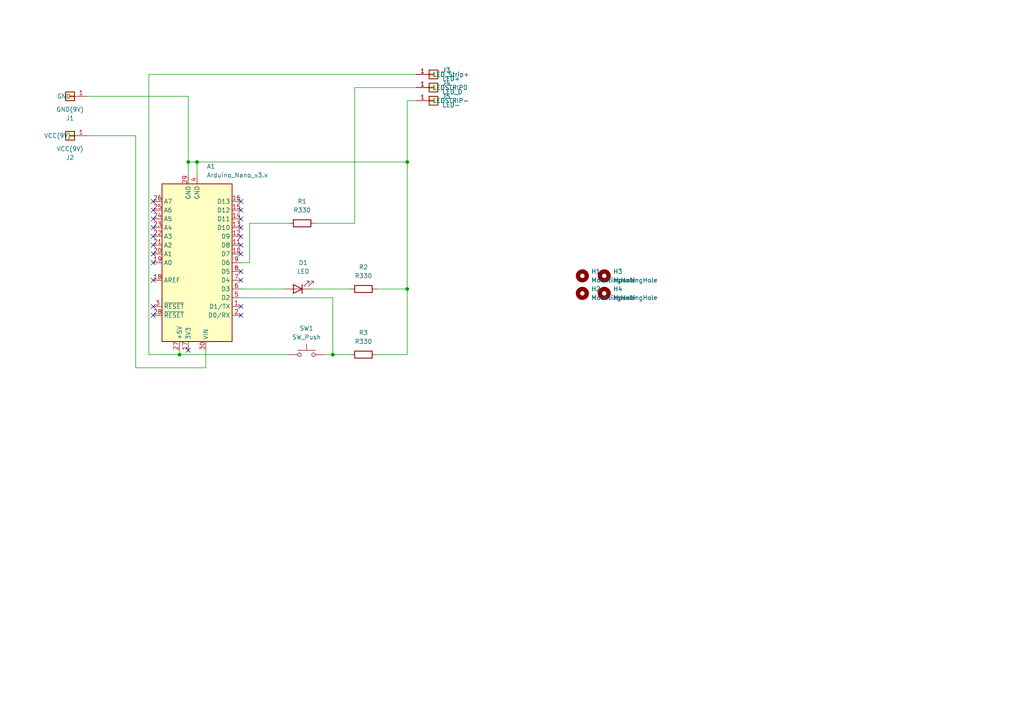
<source format=kicad_sch>
(kicad_sch (version 20211123) (generator eeschema)

  (uuid 8bfca1a9-bcc5-465d-87f3-69c178beb3ed)

  (paper "A4")

  (lib_symbols
    (symbol "Conn_01x01_1" (pin_names (offset 1.016)) (in_bom yes) (on_board yes)
      (property "Reference" "J1" (id 0) (at 0 6.35 0)
        (effects (font (size 1.27 1.27)))
      )
      (property "Value" "Conn_01x01" (id 1) (at 0 3.81 0)
        (effects (font (size 1.27 1.27)))
      )
      (property "Footprint" "" (id 2) (at 0 0 0)
        (effects (font (size 1.27 1.27)) hide)
      )
      (property "Datasheet" "~" (id 3) (at 0 0 0)
        (effects (font (size 1.27 1.27)) hide)
      )
      (property "ki_keywords" "connector" (id 4) (at 0 0 0)
        (effects (font (size 1.27 1.27)) hide)
      )
      (property "ki_description" "Generic connector, single row, 01x01, script generated (kicad-library-utils/schlib/autogen/connector/)" (id 5) (at 0 0 0)
        (effects (font (size 1.27 1.27)) hide)
      )
      (property "ki_fp_filters" "Connector*:*_1x??_*" (id 6) (at 0 0 0)
        (effects (font (size 1.27 1.27)) hide)
      )
      (symbol "Conn_01x01_1_1_1"
        (rectangle (start -1.27 0.127) (end 0 -0.127)
          (stroke (width 0.1524) (type default) (color 0 0 0 0))
          (fill (type none))
        )
        (rectangle (start -1.27 1.27) (end 1.27 -1.27)
          (stroke (width 0.254) (type default) (color 0 0 0 0))
          (fill (type background))
        )
        (pin power_out line (at -5.08 0 0) (length 3.81)
          (name "GND" (effects (font (size 1.27 1.27))))
          (number "1" (effects (font (size 1.27 1.27))))
        )
      )
    )
    (symbol "Conn_01x01_2" (pin_names (offset 1.016)) (in_bom yes) (on_board yes)
      (property "Reference" "J2" (id 0) (at 0 6.35 0)
        (effects (font (size 1.27 1.27)))
      )
      (property "Value" "Conn_01x01" (id 1) (at 0 3.81 0)
        (effects (font (size 1.27 1.27)))
      )
      (property "Footprint" "" (id 2) (at 0 0 0)
        (effects (font (size 1.27 1.27)) hide)
      )
      (property "Datasheet" "~" (id 3) (at 0 0 0)
        (effects (font (size 1.27 1.27)) hide)
      )
      (property "ki_keywords" "connector" (id 4) (at 0 0 0)
        (effects (font (size 1.27 1.27)) hide)
      )
      (property "ki_description" "Generic connector, single row, 01x01, script generated (kicad-library-utils/schlib/autogen/connector/)" (id 5) (at 0 0 0)
        (effects (font (size 1.27 1.27)) hide)
      )
      (property "ki_fp_filters" "Connector*:*_1x??_*" (id 6) (at 0 0 0)
        (effects (font (size 1.27 1.27)) hide)
      )
      (symbol "Conn_01x01_2_1_1"
        (rectangle (start -1.27 0.127) (end 0 -0.127)
          (stroke (width 0.1524) (type default) (color 0 0 0 0))
          (fill (type none))
        )
        (rectangle (start -1.27 1.27) (end 1.27 -1.27)
          (stroke (width 0.254) (type default) (color 0 0 0 0))
          (fill (type background))
        )
        (pin power_out line (at -5.08 0 0) (length 3.81)
          (name "VCC(9V)" (effects (font (size 1.27 1.27))))
          (number "1" (effects (font (size 1.27 1.27))))
        )
      )
    )
    (symbol "Conn_01x01_3" (pin_names (offset 1.016)) (in_bom yes) (on_board yes)
      (property "Reference" "J3" (id 0) (at 2.54 1.2701 0)
        (effects (font (size 1.27 1.27)) (justify left))
      )
      (property "Value" "Conn_01x01" (id 1) (at 2.54 -1.2699 0)
        (effects (font (size 1.27 1.27)) (justify left))
      )
      (property "Footprint" "" (id 2) (at 0 0 0)
        (effects (font (size 1.27 1.27)) hide)
      )
      (property "Datasheet" "~" (id 3) (at 0 0 0)
        (effects (font (size 1.27 1.27)) hide)
      )
      (property "ki_keywords" "connector" (id 4) (at 0 0 0)
        (effects (font (size 1.27 1.27)) hide)
      )
      (property "ki_description" "Generic connector, single row, 01x01, script generated (kicad-library-utils/schlib/autogen/connector/)" (id 5) (at 0 0 0)
        (effects (font (size 1.27 1.27)) hide)
      )
      (property "ki_fp_filters" "Connector*:*_1x??_*" (id 6) (at 0 0 0)
        (effects (font (size 1.27 1.27)) hide)
      )
      (symbol "Conn_01x01_3_1_1"
        (rectangle (start -1.27 0.127) (end 0 -0.127)
          (stroke (width 0.1524) (type default) (color 0 0 0 0))
          (fill (type none))
        )
        (rectangle (start -1.27 1.27) (end 1.27 -1.27)
          (stroke (width 0.254) (type default) (color 0 0 0 0))
          (fill (type background))
        )
        (pin power_in line (at -5.08 0 0) (length 3.81)
          (name "LED_Strip+" (effects (font (size 1.27 1.27))))
          (number "1" (effects (font (size 1.27 1.27))))
        )
      )
    )
    (symbol "Conn_01x01_4" (pin_names (offset 1.016)) (in_bom yes) (on_board yes)
      (property "Reference" "J?" (id 0) (at 2.54 1.2701 0)
        (effects (font (size 1.27 1.27)) (justify left))
      )
      (property "Value" "Conn_01x01" (id 1) (at 2.54 -1.2699 0)
        (effects (font (size 1.27 1.27)) (justify left))
      )
      (property "Footprint" "" (id 2) (at 0 0 0)
        (effects (font (size 1.27 1.27)) hide)
      )
      (property "Datasheet" "~" (id 3) (at 0 0 0)
        (effects (font (size 1.27 1.27)) hide)
      )
      (property "ki_keywords" "connector" (id 4) (at 0 0 0)
        (effects (font (size 1.27 1.27)) hide)
      )
      (property "ki_description" "Generic connector, single row, 01x01, script generated (kicad-library-utils/schlib/autogen/connector/)" (id 5) (at 0 0 0)
        (effects (font (size 1.27 1.27)) hide)
      )
      (property "ki_fp_filters" "Connector*:*_1x??_*" (id 6) (at 0 0 0)
        (effects (font (size 1.27 1.27)) hide)
      )
      (symbol "Conn_01x01_4_1_1"
        (rectangle (start -1.27 0.127) (end 0 -0.127)
          (stroke (width 0.1524) (type default) (color 0 0 0 0))
          (fill (type none))
        )
        (rectangle (start -1.27 1.27) (end 1.27 -1.27)
          (stroke (width 0.254) (type default) (color 0 0 0 0))
          (fill (type background))
        )
        (pin passive line (at -5.08 0 0) (length 3.81)
          (name "LEDSTRIPD" (effects (font (size 1.27 1.27))))
          (number "1" (effects (font (size 1.27 1.27))))
        )
      )
    )
    (symbol "Connector_Generic:Conn_01x01" (pin_names (offset 1.016)) (in_bom yes) (on_board yes)
      (property "Reference" "J5" (id 0) (at 2.54 1.2701 0)
        (effects (font (size 1.27 1.27)) (justify left))
      )
      (property "Value" "Conn_01x01" (id 1) (at 2.54 -1.2699 0)
        (effects (font (size 1.27 1.27)) (justify left))
      )
      (property "Footprint" "" (id 2) (at 0 0 0)
        (effects (font (size 1.27 1.27)) hide)
      )
      (property "Datasheet" "~" (id 3) (at 0 0 0)
        (effects (font (size 1.27 1.27)) hide)
      )
      (property "ki_keywords" "connector" (id 4) (at 0 0 0)
        (effects (font (size 1.27 1.27)) hide)
      )
      (property "ki_description" "Generic connector, single row, 01x01, script generated (kicad-library-utils/schlib/autogen/connector/)" (id 5) (at 0 0 0)
        (effects (font (size 1.27 1.27)) hide)
      )
      (property "ki_fp_filters" "Connector*:*_1x??_*" (id 6) (at 0 0 0)
        (effects (font (size 1.27 1.27)) hide)
      )
      (symbol "Conn_01x01_1_1"
        (rectangle (start -1.27 0.127) (end 0 -0.127)
          (stroke (width 0.1524) (type default) (color 0 0 0 0))
          (fill (type none))
        )
        (rectangle (start -1.27 1.27) (end 1.27 -1.27)
          (stroke (width 0.254) (type default) (color 0 0 0 0))
          (fill (type background))
        )
        (pin power_in line (at -5.08 0 0) (length 3.81)
          (name "LEDSTRIP-" (effects (font (size 1.27 1.27))))
          (number "1" (effects (font (size 1.27 1.27))))
        )
      )
    )
    (symbol "Device:LED" (pin_numbers hide) (pin_names (offset 1.016) hide) (in_bom yes) (on_board yes)
      (property "Reference" "D" (id 0) (at 0 2.54 0)
        (effects (font (size 1.27 1.27)))
      )
      (property "Value" "LED" (id 1) (at 0 -2.54 0)
        (effects (font (size 1.27 1.27)))
      )
      (property "Footprint" "" (id 2) (at 0 0 0)
        (effects (font (size 1.27 1.27)) hide)
      )
      (property "Datasheet" "~" (id 3) (at 0 0 0)
        (effects (font (size 1.27 1.27)) hide)
      )
      (property "ki_keywords" "LED diode" (id 4) (at 0 0 0)
        (effects (font (size 1.27 1.27)) hide)
      )
      (property "ki_description" "Light emitting diode" (id 5) (at 0 0 0)
        (effects (font (size 1.27 1.27)) hide)
      )
      (property "ki_fp_filters" "LED* LED_SMD:* LED_THT:*" (id 6) (at 0 0 0)
        (effects (font (size 1.27 1.27)) hide)
      )
      (symbol "LED_0_1"
        (polyline
          (pts
            (xy -1.27 -1.27)
            (xy -1.27 1.27)
          )
          (stroke (width 0.254) (type default) (color 0 0 0 0))
          (fill (type none))
        )
        (polyline
          (pts
            (xy -1.27 0)
            (xy 1.27 0)
          )
          (stroke (width 0) (type default) (color 0 0 0 0))
          (fill (type none))
        )
        (polyline
          (pts
            (xy 1.27 -1.27)
            (xy 1.27 1.27)
            (xy -1.27 0)
            (xy 1.27 -1.27)
          )
          (stroke (width 0.254) (type default) (color 0 0 0 0))
          (fill (type none))
        )
        (polyline
          (pts
            (xy -3.048 -0.762)
            (xy -4.572 -2.286)
            (xy -3.81 -2.286)
            (xy -4.572 -2.286)
            (xy -4.572 -1.524)
          )
          (stroke (width 0) (type default) (color 0 0 0 0))
          (fill (type none))
        )
        (polyline
          (pts
            (xy -1.778 -0.762)
            (xy -3.302 -2.286)
            (xy -2.54 -2.286)
            (xy -3.302 -2.286)
            (xy -3.302 -1.524)
          )
          (stroke (width 0) (type default) (color 0 0 0 0))
          (fill (type none))
        )
      )
      (symbol "LED_1_1"
        (pin passive line (at -3.81 0 0) (length 2.54)
          (name "K" (effects (font (size 1.27 1.27))))
          (number "1" (effects (font (size 1.27 1.27))))
        )
        (pin passive line (at 3.81 0 180) (length 2.54)
          (name "A" (effects (font (size 1.27 1.27))))
          (number "2" (effects (font (size 1.27 1.27))))
        )
      )
    )
    (symbol "Device:R" (pin_numbers hide) (pin_names (offset 0)) (in_bom yes) (on_board yes)
      (property "Reference" "R" (id 0) (at 2.032 0 90)
        (effects (font (size 1.27 1.27)))
      )
      (property "Value" "R" (id 1) (at 0 0 90)
        (effects (font (size 1.27 1.27)))
      )
      (property "Footprint" "" (id 2) (at -1.778 0 90)
        (effects (font (size 1.27 1.27)) hide)
      )
      (property "Datasheet" "~" (id 3) (at 0 0 0)
        (effects (font (size 1.27 1.27)) hide)
      )
      (property "ki_keywords" "R res resistor" (id 4) (at 0 0 0)
        (effects (font (size 1.27 1.27)) hide)
      )
      (property "ki_description" "Resistor" (id 5) (at 0 0 0)
        (effects (font (size 1.27 1.27)) hide)
      )
      (property "ki_fp_filters" "R_*" (id 6) (at 0 0 0)
        (effects (font (size 1.27 1.27)) hide)
      )
      (symbol "R_0_1"
        (rectangle (start -1.016 -2.54) (end 1.016 2.54)
          (stroke (width 0.254) (type default) (color 0 0 0 0))
          (fill (type none))
        )
      )
      (symbol "R_1_1"
        (pin passive line (at 0 3.81 270) (length 1.27)
          (name "~" (effects (font (size 1.27 1.27))))
          (number "1" (effects (font (size 1.27 1.27))))
        )
        (pin passive line (at 0 -3.81 90) (length 1.27)
          (name "~" (effects (font (size 1.27 1.27))))
          (number "2" (effects (font (size 1.27 1.27))))
        )
      )
    )
    (symbol "MCU_Module:Arduino_Nano_v3.x" (in_bom yes) (on_board yes)
      (property "Reference" "A" (id 0) (at -10.16 23.495 0)
        (effects (font (size 1.27 1.27)) (justify left bottom))
      )
      (property "Value" "Arduino_Nano_v3.x" (id 1) (at 5.08 -24.13 0)
        (effects (font (size 1.27 1.27)) (justify left top))
      )
      (property "Footprint" "Module:Arduino_Nano" (id 2) (at 0 0 0)
        (effects (font (size 1.27 1.27) italic) hide)
      )
      (property "Datasheet" "http://www.mouser.com/pdfdocs/Gravitech_Arduino_Nano3_0.pdf" (id 3) (at 0 0 0)
        (effects (font (size 1.27 1.27)) hide)
      )
      (property "ki_keywords" "Arduino nano microcontroller module USB" (id 4) (at 0 0 0)
        (effects (font (size 1.27 1.27)) hide)
      )
      (property "ki_description" "Arduino Nano v3.x" (id 5) (at 0 0 0)
        (effects (font (size 1.27 1.27)) hide)
      )
      (property "ki_fp_filters" "Arduino*Nano*" (id 6) (at 0 0 0)
        (effects (font (size 1.27 1.27)) hide)
      )
      (symbol "Arduino_Nano_v3.x_0_1"
        (rectangle (start -10.16 22.86) (end 10.16 -22.86)
          (stroke (width 0.254) (type default) (color 0 0 0 0))
          (fill (type background))
        )
      )
      (symbol "Arduino_Nano_v3.x_1_1"
        (pin bidirectional line (at -12.7 12.7 0) (length 2.54)
          (name "D1/TX" (effects (font (size 1.27 1.27))))
          (number "1" (effects (font (size 1.27 1.27))))
        )
        (pin bidirectional line (at -12.7 -2.54 0) (length 2.54)
          (name "D7" (effects (font (size 1.27 1.27))))
          (number "10" (effects (font (size 1.27 1.27))))
        )
        (pin bidirectional line (at -12.7 -5.08 0) (length 2.54)
          (name "D8" (effects (font (size 1.27 1.27))))
          (number "11" (effects (font (size 1.27 1.27))))
        )
        (pin bidirectional line (at -12.7 -7.62 0) (length 2.54)
          (name "D9" (effects (font (size 1.27 1.27))))
          (number "12" (effects (font (size 1.27 1.27))))
        )
        (pin bidirectional line (at -12.7 -10.16 0) (length 2.54)
          (name "D10" (effects (font (size 1.27 1.27))))
          (number "13" (effects (font (size 1.27 1.27))))
        )
        (pin bidirectional line (at -12.7 -12.7 0) (length 2.54)
          (name "D11" (effects (font (size 1.27 1.27))))
          (number "14" (effects (font (size 1.27 1.27))))
        )
        (pin bidirectional line (at -12.7 -15.24 0) (length 2.54)
          (name "D12" (effects (font (size 1.27 1.27))))
          (number "15" (effects (font (size 1.27 1.27))))
        )
        (pin bidirectional line (at -12.7 -17.78 0) (length 2.54)
          (name "D13" (effects (font (size 1.27 1.27))))
          (number "16" (effects (font (size 1.27 1.27))))
        )
        (pin power_out line (at 2.54 25.4 270) (length 2.54)
          (name "3V3" (effects (font (size 1.27 1.27))))
          (number "17" (effects (font (size 1.27 1.27))))
        )
        (pin input line (at 12.7 5.08 180) (length 2.54)
          (name "AREF" (effects (font (size 1.27 1.27))))
          (number "18" (effects (font (size 1.27 1.27))))
        )
        (pin bidirectional line (at 12.7 0 180) (length 2.54)
          (name "A0" (effects (font (size 1.27 1.27))))
          (number "19" (effects (font (size 1.27 1.27))))
        )
        (pin bidirectional line (at -12.7 15.24 0) (length 2.54)
          (name "D0/RX" (effects (font (size 1.27 1.27))))
          (number "2" (effects (font (size 1.27 1.27))))
        )
        (pin bidirectional line (at 12.7 -2.54 180) (length 2.54)
          (name "A1" (effects (font (size 1.27 1.27))))
          (number "20" (effects (font (size 1.27 1.27))))
        )
        (pin bidirectional line (at 12.7 -5.08 180) (length 2.54)
          (name "A2" (effects (font (size 1.27 1.27))))
          (number "21" (effects (font (size 1.27 1.27))))
        )
        (pin bidirectional line (at 12.7 -7.62 180) (length 2.54)
          (name "A3" (effects (font (size 1.27 1.27))))
          (number "22" (effects (font (size 1.27 1.27))))
        )
        (pin bidirectional line (at 12.7 -10.16 180) (length 2.54)
          (name "A4" (effects (font (size 1.27 1.27))))
          (number "23" (effects (font (size 1.27 1.27))))
        )
        (pin bidirectional line (at 12.7 -12.7 180) (length 2.54)
          (name "A5" (effects (font (size 1.27 1.27))))
          (number "24" (effects (font (size 1.27 1.27))))
        )
        (pin bidirectional line (at 12.7 -15.24 180) (length 2.54)
          (name "A6" (effects (font (size 1.27 1.27))))
          (number "25" (effects (font (size 1.27 1.27))))
        )
        (pin bidirectional line (at 12.7 -17.78 180) (length 2.54)
          (name "A7" (effects (font (size 1.27 1.27))))
          (number "26" (effects (font (size 1.27 1.27))))
        )
        (pin power_out line (at 5.08 25.4 270) (length 2.54)
          (name "+5V" (effects (font (size 1.27 1.27))))
          (number "27" (effects (font (size 1.27 1.27))))
        )
        (pin input line (at 12.7 15.24 180) (length 2.54)
          (name "~{RESET}" (effects (font (size 1.27 1.27))))
          (number "28" (effects (font (size 1.27 1.27))))
        )
        (pin power_in line (at 2.54 -25.4 90) (length 2.54)
          (name "GND" (effects (font (size 1.27 1.27))))
          (number "29" (effects (font (size 1.27 1.27))))
        )
        (pin input line (at 12.7 12.7 180) (length 2.54)
          (name "~{RESET}" (effects (font (size 1.27 1.27))))
          (number "3" (effects (font (size 1.27 1.27))))
        )
        (pin power_in line (at -2.54 25.4 270) (length 2.54)
          (name "VIN" (effects (font (size 1.27 1.27))))
          (number "30" (effects (font (size 1.27 1.27))))
        )
        (pin power_in line (at 0 -25.4 90) (length 2.54)
          (name "GND" (effects (font (size 1.27 1.27))))
          (number "4" (effects (font (size 1.27 1.27))))
        )
        (pin bidirectional line (at -12.7 10.16 0) (length 2.54)
          (name "D2" (effects (font (size 1.27 1.27))))
          (number "5" (effects (font (size 1.27 1.27))))
        )
        (pin bidirectional line (at -12.7 7.62 0) (length 2.54)
          (name "D3" (effects (font (size 1.27 1.27))))
          (number "6" (effects (font (size 1.27 1.27))))
        )
        (pin bidirectional line (at -12.7 5.08 0) (length 2.54)
          (name "D4" (effects (font (size 1.27 1.27))))
          (number "7" (effects (font (size 1.27 1.27))))
        )
        (pin bidirectional line (at -12.7 2.54 0) (length 2.54)
          (name "D5" (effects (font (size 1.27 1.27))))
          (number "8" (effects (font (size 1.27 1.27))))
        )
        (pin bidirectional line (at -12.7 0 0) (length 2.54)
          (name "D6" (effects (font (size 1.27 1.27))))
          (number "9" (effects (font (size 1.27 1.27))))
        )
      )
    )
    (symbol "Mechanical:MountingHole" (pin_names (offset 1.016)) (in_bom yes) (on_board yes)
      (property "Reference" "H" (id 0) (at 0 5.08 0)
        (effects (font (size 1.27 1.27)))
      )
      (property "Value" "MountingHole" (id 1) (at 0 3.175 0)
        (effects (font (size 1.27 1.27)))
      )
      (property "Footprint" "" (id 2) (at 0 0 0)
        (effects (font (size 1.27 1.27)) hide)
      )
      (property "Datasheet" "~" (id 3) (at 0 0 0)
        (effects (font (size 1.27 1.27)) hide)
      )
      (property "ki_keywords" "mounting hole" (id 4) (at 0 0 0)
        (effects (font (size 1.27 1.27)) hide)
      )
      (property "ki_description" "Mounting Hole without connection" (id 5) (at 0 0 0)
        (effects (font (size 1.27 1.27)) hide)
      )
      (property "ki_fp_filters" "MountingHole*" (id 6) (at 0 0 0)
        (effects (font (size 1.27 1.27)) hide)
      )
      (symbol "MountingHole_0_1"
        (circle (center 0 0) (radius 1.27)
          (stroke (width 1.27) (type default) (color 0 0 0 0))
          (fill (type none))
        )
      )
    )
    (symbol "Switch:SW_Push" (pin_numbers hide) (pin_names (offset 1.016) hide) (in_bom yes) (on_board yes)
      (property "Reference" "SW" (id 0) (at 1.27 2.54 0)
        (effects (font (size 1.27 1.27)) (justify left))
      )
      (property "Value" "SW_Push" (id 1) (at 0 -1.524 0)
        (effects (font (size 1.27 1.27)))
      )
      (property "Footprint" "" (id 2) (at 0 5.08 0)
        (effects (font (size 1.27 1.27)) hide)
      )
      (property "Datasheet" "~" (id 3) (at 0 5.08 0)
        (effects (font (size 1.27 1.27)) hide)
      )
      (property "ki_keywords" "switch normally-open pushbutton push-button" (id 4) (at 0 0 0)
        (effects (font (size 1.27 1.27)) hide)
      )
      (property "ki_description" "Push button switch, generic, two pins" (id 5) (at 0 0 0)
        (effects (font (size 1.27 1.27)) hide)
      )
      (symbol "SW_Push_0_1"
        (circle (center -2.032 0) (radius 0.508)
          (stroke (width 0) (type default) (color 0 0 0 0))
          (fill (type none))
        )
        (polyline
          (pts
            (xy 0 1.27)
            (xy 0 3.048)
          )
          (stroke (width 0) (type default) (color 0 0 0 0))
          (fill (type none))
        )
        (polyline
          (pts
            (xy 2.54 1.27)
            (xy -2.54 1.27)
          )
          (stroke (width 0) (type default) (color 0 0 0 0))
          (fill (type none))
        )
        (circle (center 2.032 0) (radius 0.508)
          (stroke (width 0) (type default) (color 0 0 0 0))
          (fill (type none))
        )
        (pin passive line (at -5.08 0 0) (length 2.54)
          (name "1" (effects (font (size 1.27 1.27))))
          (number "1" (effects (font (size 1.27 1.27))))
        )
        (pin passive line (at 5.08 0 180) (length 2.54)
          (name "2" (effects (font (size 1.27 1.27))))
          (number "2" (effects (font (size 1.27 1.27))))
        )
      )
    )
  )


  (junction (at 57.15 46.99) (diameter 0) (color 0 0 0 0)
    (uuid 2740a53d-ce90-4a2d-ae28-870d736451e6)
  )
  (junction (at 96.52 102.87) (diameter 0) (color 0 0 0 0)
    (uuid 4f634432-ff61-4ea4-b294-f61e4e1bb6bd)
  )
  (junction (at 54.61 46.99) (diameter 0) (color 0 0 0 0)
    (uuid 71155011-1814-4bbf-ac7e-33b830ae808a)
  )
  (junction (at 52.07 102.87) (diameter 0) (color 0 0 0 0)
    (uuid 87115be2-d01c-485a-b8c7-3a60331bffd1)
  )
  (junction (at 118.11 83.82) (diameter 0) (color 0 0 0 0)
    (uuid c9e53f77-ef5b-4f13-a7f7-e517d45b773f)
  )
  (junction (at 118.11 46.99) (diameter 0) (color 0 0 0 0)
    (uuid d1feb687-cd93-446a-8b2b-4645d8724e08)
  )

  (no_connect (at 69.85 91.44) (uuid 59d9221d-724b-489e-9ffc-bd6c6a4c5bea))
  (no_connect (at 69.85 88.9) (uuid 59d9221d-724b-489e-9ffc-bd6c6a4c5bea))
  (no_connect (at 69.85 81.28) (uuid 59d9221d-724b-489e-9ffc-bd6c6a4c5bea))
  (no_connect (at 69.85 78.74) (uuid 59d9221d-724b-489e-9ffc-bd6c6a4c5bea))
  (no_connect (at 69.85 63.5) (uuid 59d9221d-724b-489e-9ffc-bd6c6a4c5bea))
  (no_connect (at 69.85 68.58) (uuid 59d9221d-724b-489e-9ffc-bd6c6a4c5bea))
  (no_connect (at 69.85 66.04) (uuid 59d9221d-724b-489e-9ffc-bd6c6a4c5bea))
  (no_connect (at 69.85 73.66) (uuid 59d9221d-724b-489e-9ffc-bd6c6a4c5bea))
  (no_connect (at 69.85 71.12) (uuid 59d9221d-724b-489e-9ffc-bd6c6a4c5bea))
  (no_connect (at 69.85 60.96) (uuid 59d9221d-724b-489e-9ffc-bd6c6a4c5bea))
  (no_connect (at 69.85 58.42) (uuid 59d9221d-724b-489e-9ffc-bd6c6a4c5bea))
  (no_connect (at 44.45 66.04) (uuid 59d9221d-724b-489e-9ffc-bd6c6a4c5bea))
  (no_connect (at 44.45 58.42) (uuid 59d9221d-724b-489e-9ffc-bd6c6a4c5bea))
  (no_connect (at 44.45 60.96) (uuid 59d9221d-724b-489e-9ffc-bd6c6a4c5bea))
  (no_connect (at 44.45 63.5) (uuid 59d9221d-724b-489e-9ffc-bd6c6a4c5bea))
  (no_connect (at 44.45 68.58) (uuid 59d9221d-724b-489e-9ffc-bd6c6a4c5bea))
  (no_connect (at 44.45 81.28) (uuid 59d9221d-724b-489e-9ffc-bd6c6a4c5bea))
  (no_connect (at 44.45 88.9) (uuid 59d9221d-724b-489e-9ffc-bd6c6a4c5bea))
  (no_connect (at 44.45 91.44) (uuid 59d9221d-724b-489e-9ffc-bd6c6a4c5bea))
  (no_connect (at 44.45 73.66) (uuid 59d9221d-724b-489e-9ffc-bd6c6a4c5bea))
  (no_connect (at 44.45 76.2) (uuid 59d9221d-724b-489e-9ffc-bd6c6a4c5bea))
  (no_connect (at 44.45 71.12) (uuid 59d9221d-724b-489e-9ffc-bd6c6a4c5bea))
  (no_connect (at 54.61 101.6) (uuid 7b8c700f-e98a-4d4d-a6e4-baf976482a3f))

  (wire (pts (xy 90.17 83.82) (xy 101.6 83.82))
    (stroke (width 0) (type default) (color 0 0 0 0))
    (uuid 00d19eea-253b-450a-9b85-97d334960e24)
  )
  (wire (pts (xy 54.61 46.99) (xy 54.61 27.94))
    (stroke (width 0) (type default) (color 0 0 0 0))
    (uuid 0a7bcb31-d296-4275-89ca-a6bb8b40f93f)
  )
  (wire (pts (xy 120.65 29.21) (xy 118.11 29.21))
    (stroke (width 0) (type default) (color 0 0 0 0))
    (uuid 205eec98-4c98-4e7f-8bf7-6534806ebdc5)
  )
  (wire (pts (xy 109.22 102.87) (xy 118.11 102.87))
    (stroke (width 0) (type default) (color 0 0 0 0))
    (uuid 34e0ede6-3d95-4a4d-80c0-31d948995d16)
  )
  (wire (pts (xy 96.52 102.87) (xy 101.6 102.87))
    (stroke (width 0) (type default) (color 0 0 0 0))
    (uuid 37012237-355d-45e2-b13c-8e90712cb23f)
  )
  (wire (pts (xy 69.85 83.82) (xy 82.55 83.82))
    (stroke (width 0) (type default) (color 0 0 0 0))
    (uuid 3c276091-6acf-4d14-bdbd-63faaa6cd3bc)
  )
  (wire (pts (xy 54.61 27.94) (xy 25.4 27.94))
    (stroke (width 0) (type default) (color 0 0 0 0))
    (uuid 3ebeb0aa-a230-4cbc-88cb-4e316db46cb5)
  )
  (wire (pts (xy 54.61 46.99) (xy 57.15 46.99))
    (stroke (width 0) (type default) (color 0 0 0 0))
    (uuid 3f48c649-88e7-4745-9de5-32fd05413bd1)
  )
  (wire (pts (xy 69.85 86.36) (xy 96.52 86.36))
    (stroke (width 0) (type default) (color 0 0 0 0))
    (uuid 429f6a8d-5807-4911-b8fc-c211d59c54f2)
  )
  (wire (pts (xy 102.87 25.4) (xy 120.65 25.4))
    (stroke (width 0) (type default) (color 0 0 0 0))
    (uuid 514633c5-fd63-4a77-88ac-19288995cd91)
  )
  (wire (pts (xy 118.11 29.21) (xy 118.11 46.99))
    (stroke (width 0) (type default) (color 0 0 0 0))
    (uuid 55ec1d92-995a-4617-9239-f6d5108b7dcd)
  )
  (wire (pts (xy 91.44 64.77) (xy 102.87 64.77))
    (stroke (width 0) (type default) (color 0 0 0 0))
    (uuid 5c72db08-48bd-443e-8ab9-9a2c28b80924)
  )
  (wire (pts (xy 39.37 39.37) (xy 39.37 106.68))
    (stroke (width 0) (type default) (color 0 0 0 0))
    (uuid 84e2d22c-2b3c-46c4-8831-8824d9c16073)
  )
  (wire (pts (xy 96.52 86.36) (xy 96.52 102.87))
    (stroke (width 0) (type default) (color 0 0 0 0))
    (uuid 88cb33c8-0c48-4f14-ad5d-0d13adf5c817)
  )
  (wire (pts (xy 54.61 50.8) (xy 54.61 46.99))
    (stroke (width 0) (type default) (color 0 0 0 0))
    (uuid 8a31f688-2b3a-478b-9abf-80a8d05aa0e9)
  )
  (wire (pts (xy 43.18 21.59) (xy 120.65 21.59))
    (stroke (width 0) (type default) (color 0 0 0 0))
    (uuid 8b14e7ef-540d-44c0-a7cc-09275e08e4ff)
  )
  (wire (pts (xy 93.98 102.87) (xy 96.52 102.87))
    (stroke (width 0) (type default) (color 0 0 0 0))
    (uuid 8f2b1800-9d4b-481b-ad1b-1f327c16f011)
  )
  (wire (pts (xy 39.37 106.68) (xy 59.69 106.68))
    (stroke (width 0) (type default) (color 0 0 0 0))
    (uuid 8ff89820-3b3f-4a1d-8a65-73c7df4bcb47)
  )
  (wire (pts (xy 25.4 39.37) (xy 39.37 39.37))
    (stroke (width 0) (type default) (color 0 0 0 0))
    (uuid 989d9b22-1fe7-46fb-9064-221e6a2db5bd)
  )
  (wire (pts (xy 59.69 101.6) (xy 59.69 106.68))
    (stroke (width 0) (type default) (color 0 0 0 0))
    (uuid 9daf114a-796d-4dc3-8974-0d28fd8b63c0)
  )
  (wire (pts (xy 102.87 64.77) (xy 102.87 25.4))
    (stroke (width 0) (type default) (color 0 0 0 0))
    (uuid a13d1382-c2ce-4dfa-8c11-d38b8893d1c0)
  )
  (wire (pts (xy 118.11 46.99) (xy 57.15 46.99))
    (stroke (width 0) (type default) (color 0 0 0 0))
    (uuid a54fcb59-2f0c-452c-a81b-079bbb628835)
  )
  (wire (pts (xy 72.39 64.77) (xy 83.82 64.77))
    (stroke (width 0) (type default) (color 0 0 0 0))
    (uuid b3703bc7-3ebe-437a-be64-80dcb64e6ef4)
  )
  (wire (pts (xy 118.11 102.87) (xy 118.11 83.82))
    (stroke (width 0) (type default) (color 0 0 0 0))
    (uuid b8e26d1d-481d-41f1-8c84-0512b417256f)
  )
  (wire (pts (xy 72.39 76.2) (xy 72.39 64.77))
    (stroke (width 0) (type default) (color 0 0 0 0))
    (uuid bd60d406-475c-45f6-b132-7458c4226bfb)
  )
  (wire (pts (xy 52.07 102.87) (xy 83.82 102.87))
    (stroke (width 0) (type default) (color 0 0 0 0))
    (uuid c670eb88-4ddb-4e08-ba8c-13455d1adfe2)
  )
  (wire (pts (xy 43.18 102.87) (xy 52.07 102.87))
    (stroke (width 0) (type default) (color 0 0 0 0))
    (uuid c71bf6ce-7e1c-46df-b69b-aed60da0a218)
  )
  (wire (pts (xy 43.18 21.59) (xy 43.18 102.87))
    (stroke (width 0) (type default) (color 0 0 0 0))
    (uuid cb97bf4a-6d2a-4efb-9fae-3aafbdd96bae)
  )
  (wire (pts (xy 52.07 101.6) (xy 52.07 102.87))
    (stroke (width 0) (type default) (color 0 0 0 0))
    (uuid cd404d46-03d9-4452-93cd-1e8ac16c0bb0)
  )
  (wire (pts (xy 57.15 46.99) (xy 57.15 50.8))
    (stroke (width 0) (type default) (color 0 0 0 0))
    (uuid dc50bc64-605e-43df-b9ad-41701ee620ef)
  )
  (wire (pts (xy 118.11 83.82) (xy 118.11 46.99))
    (stroke (width 0) (type default) (color 0 0 0 0))
    (uuid ed3dcf76-1264-46cc-8d66-ec0f5c1ad238)
  )
  (wire (pts (xy 69.85 76.2) (xy 72.39 76.2))
    (stroke (width 0) (type default) (color 0 0 0 0))
    (uuid f1c357f2-9f28-4fd5-a5eb-a4fbd295259c)
  )
  (wire (pts (xy 109.22 83.82) (xy 118.11 83.82))
    (stroke (width 0) (type default) (color 0 0 0 0))
    (uuid f4b0fb6f-5a7f-4ac9-8da2-4e36d89e1fd5)
  )

  (symbol (lib_id "Mechanical:MountingHole") (at 168.91 85.09 0) (unit 1)
    (in_bom yes) (on_board yes) (fields_autoplaced)
    (uuid 047c0fb6-dca6-4776-9103-f2a49741dcfa)
    (property "Reference" "H2" (id 0) (at 171.45 83.8199 0)
      (effects (font (size 1.27 1.27)) (justify left))
    )
    (property "Value" "MountingHole" (id 1) (at 171.45 86.3599 0)
      (effects (font (size 1.27 1.27)) (justify left))
    )
    (property "Footprint" "" (id 2) (at 168.91 85.09 0)
      (effects (font (size 1.27 1.27)) hide)
    )
    (property "Datasheet" "~" (id 3) (at 168.91 85.09 0)
      (effects (font (size 1.27 1.27)) hide)
    )
  )

  (symbol (lib_id "Device:R") (at 105.41 83.82 90) (unit 1)
    (in_bom yes) (on_board yes)
    (uuid 405f2ee6-32eb-498b-8115-58a86535b3dc)
    (property "Reference" "R2" (id 0) (at 105.41 77.47 90))
    (property "Value" "R330" (id 1) (at 105.41 80.01 90))
    (property "Footprint" "" (id 2) (at 105.41 85.598 90)
      (effects (font (size 1.27 1.27)) hide)
    )
    (property "Datasheet" "~" (id 3) (at 105.41 83.82 0)
      (effects (font (size 1.27 1.27)) hide)
    )
    (pin "1" (uuid 9d4d4c2f-99ef-4f0c-bf04-38ccd4121864))
    (pin "2" (uuid dcddc29b-7bd8-49f4-9bbc-2f7a9bae95eb))
  )

  (symbol (lib_id "Device:R") (at 105.41 102.87 90) (unit 1)
    (in_bom yes) (on_board yes)
    (uuid 49ef2ff9-eed9-44ce-a3ca-6d0f2dfc4152)
    (property "Reference" "R3" (id 0) (at 105.41 96.52 90))
    (property "Value" "R330" (id 1) (at 105.41 99.06 90))
    (property "Footprint" "" (id 2) (at 105.41 104.648 90)
      (effects (font (size 1.27 1.27)) hide)
    )
    (property "Datasheet" "~" (id 3) (at 105.41 102.87 0)
      (effects (font (size 1.27 1.27)) hide)
    )
    (pin "1" (uuid ea048e0f-1866-4ff0-a26f-57c8a13d522a))
    (pin "2" (uuid 07616e4f-4fe6-44de-8684-0de17835c319))
  )

  (symbol (lib_name "Conn_01x01_4") (lib_id "Connector_Generic:Conn_01x01") (at 125.73 25.4 0) (unit 1)
    (in_bom yes) (on_board yes) (fields_autoplaced)
    (uuid 559425b7-6916-4ed5-8c85-b8474ac88700)
    (property "Reference" "J4" (id 0) (at 128.27 24.1299 0)
      (effects (font (size 1.27 1.27)) (justify left))
    )
    (property "Value" "" (id 1) (at 128.27 26.6699 0)
      (effects (font (size 1.27 1.27)) (justify left))
    )
    (property "Footprint" "" (id 2) (at 125.73 25.4 0)
      (effects (font (size 1.27 1.27)) hide)
    )
    (property "Datasheet" "~" (id 3) (at 125.73 25.4 0)
      (effects (font (size 1.27 1.27)) hide)
    )
    (pin "1" (uuid f96321d7-e914-406b-a755-bdca7d36e310))
  )

  (symbol (lib_id "MCU_Module:Arduino_Nano_v3.x") (at 57.15 76.2 180) (unit 1)
    (in_bom yes) (on_board yes) (fields_autoplaced)
    (uuid 688ff897-2cb0-401e-865a-3ca778bd529f)
    (property "Reference" "A1" (id 0) (at 59.9187 48.26 0)
      (effects (font (size 1.27 1.27)) (justify right))
    )
    (property "Value" "" (id 1) (at 59.9187 50.8 0)
      (effects (font (size 1.27 1.27)) (justify right))
    )
    (property "Footprint" "" (id 2) (at 57.15 76.2 0)
      (effects (font (size 1.27 1.27) italic) hide)
    )
    (property "Datasheet" "http://www.mouser.com/pdfdocs/Gravitech_Arduino_Nano3_0.pdf" (id 3) (at 57.15 76.2 0)
      (effects (font (size 1.27 1.27)) hide)
    )
    (pin "1" (uuid f3004a21-3ba2-4dab-8974-4380498c8229))
    (pin "10" (uuid e2b6d152-f6b8-419e-8ee0-be2eacb8ffab))
    (pin "11" (uuid cd9975af-12d3-4eda-9817-fc42a06092b0))
    (pin "12" (uuid 501d1fab-dc0f-4160-86e9-ba3f37154596))
    (pin "13" (uuid dc215c42-c530-49c5-a7ff-30ff28b535ac))
    (pin "14" (uuid 301c7135-3938-4737-bab1-d1f03baf926c))
    (pin "15" (uuid 4e0d3f6f-b6d3-4c34-8f35-ecb9a771a27a))
    (pin "16" (uuid 6d24ff46-4ab9-4834-b632-fa093ac83c15))
    (pin "17" (uuid c64048f1-1652-44e0-af82-6cb615778476))
    (pin "18" (uuid bb10a9c3-3c06-4980-aa44-0ee5432034d7))
    (pin "19" (uuid 82b50366-5330-48b5-a794-c489329696b1))
    (pin "2" (uuid 56ae0978-f88b-42d6-b622-c44198c81503))
    (pin "20" (uuid b08cabdc-c9aa-48ac-a66a-d16347ea992a))
    (pin "21" (uuid 34269b42-08cf-4ef6-a8d2-92655e7029db))
    (pin "22" (uuid 7fb889a4-1eb1-4e57-a13c-28de5f425e3f))
    (pin "23" (uuid c39eaa31-fbbb-42a1-b814-b046d7c4cf3d))
    (pin "24" (uuid 214876fb-2da0-41f3-9c75-7f605f347c42))
    (pin "25" (uuid 63df8cfc-6197-46c1-9be2-35d7477e14ba))
    (pin "26" (uuid feb0e5ac-7838-4fd1-a22d-8e381b2a85ae))
    (pin "27" (uuid bbf29af8-14cd-4f57-ba29-0f9fed567459))
    (pin "28" (uuid fa097515-aa33-445e-a81c-63a2092f37d7))
    (pin "29" (uuid 39a1283c-4551-47fa-9f8d-e0c904b65503))
    (pin "3" (uuid f3891b9a-ff7f-4ed8-9de7-da50e7290f0f))
    (pin "30" (uuid 02acc9e6-bf96-41d7-8fc6-719d24d1c9a7))
    (pin "4" (uuid 64bab2da-4dda-4cae-ad32-d1aee82c9e5a))
    (pin "5" (uuid 55db205f-5212-4c47-84a4-01759d74ba74))
    (pin "6" (uuid 7f30a5dc-1435-461e-b8bd-02a989e7e29d))
    (pin "7" (uuid e2d8f0c8-cbe1-4983-a671-9fbeb0fce6ca))
    (pin "8" (uuid a18997d1-b0b4-42b7-9851-28dae309103a))
    (pin "9" (uuid 95c7471a-27fe-4026-bde6-828530d738c1))
  )

  (symbol (lib_id "Mechanical:MountingHole") (at 175.26 85.09 0) (unit 1)
    (in_bom yes) (on_board yes) (fields_autoplaced)
    (uuid 6ecb90bf-3c3e-494c-a6c6-3fa3eb5ae32e)
    (property "Reference" "H4" (id 0) (at 177.8 83.8199 0)
      (effects (font (size 1.27 1.27)) (justify left))
    )
    (property "Value" "" (id 1) (at 177.8 86.3599 0)
      (effects (font (size 1.27 1.27)) (justify left))
    )
    (property "Footprint" "" (id 2) (at 175.26 85.09 0)
      (effects (font (size 1.27 1.27)) hide)
    )
    (property "Datasheet" "~" (id 3) (at 175.26 85.09 0)
      (effects (font (size 1.27 1.27)) hide)
    )
  )

  (symbol (lib_name "Conn_01x01_1") (lib_id "Connector_Generic:Conn_01x01") (at 20.32 27.94 180) (unit 1)
    (in_bom yes) (on_board yes)
    (uuid 826901ea-16b5-4264-bc22-1bc6eb08b5be)
    (property "Reference" "J1" (id 0) (at 20.32 34.29 0))
    (property "Value" "" (id 1) (at 20.32 31.75 0))
    (property "Footprint" "" (id 2) (at 20.32 27.94 0)
      (effects (font (size 1.27 1.27)) hide)
    )
    (property "Datasheet" "~" (id 3) (at 20.32 27.94 0)
      (effects (font (size 1.27 1.27)) hide)
    )
    (pin "1" (uuid 4f0e264a-f5cf-4ee4-8663-55af976c7ae6))
  )

  (symbol (lib_id "Connector_Generic:Conn_01x01") (at 125.73 29.21 0) (unit 1)
    (in_bom yes) (on_board yes) (fields_autoplaced)
    (uuid 83e8c769-8539-47f0-b573-08baea0e6c6a)
    (property "Reference" "J5" (id 0) (at 128.27 27.9399 0)
      (effects (font (size 1.27 1.27)) (justify left))
    )
    (property "Value" "" (id 1) (at 128.27 30.4799 0)
      (effects (font (size 1.27 1.27)) (justify left))
    )
    (property "Footprint" "" (id 2) (at 125.73 29.21 0)
      (effects (font (size 1.27 1.27)) hide)
    )
    (property "Datasheet" "~" (id 3) (at 125.73 29.21 0)
      (effects (font (size 1.27 1.27)) hide)
    )
    (pin "1" (uuid 1ae3d3f5-d108-4105-b5e8-58de3ab106df))
  )

  (symbol (lib_name "Conn_01x01_2") (lib_id "Connector_Generic:Conn_01x01") (at 20.32 39.37 180) (unit 1)
    (in_bom yes) (on_board yes)
    (uuid 8c26ac45-bf30-464c-a811-a598a6399f2e)
    (property "Reference" "J2" (id 0) (at 20.32 45.72 0))
    (property "Value" "" (id 1) (at 20.32 43.18 0))
    (property "Footprint" "" (id 2) (at 20.32 39.37 0)
      (effects (font (size 1.27 1.27)) hide)
    )
    (property "Datasheet" "~" (id 3) (at 20.32 39.37 0)
      (effects (font (size 1.27 1.27)) hide)
    )
    (pin "1" (uuid d00f5407-304f-466f-92e6-816dc932ba95))
  )

  (symbol (lib_id "Device:LED") (at 86.36 83.82 180) (unit 1)
    (in_bom yes) (on_board yes) (fields_autoplaced)
    (uuid 92323840-06b1-4a25-b2e0-bdc2c7ee71b6)
    (property "Reference" "D1" (id 0) (at 87.9475 76.2 0))
    (property "Value" "" (id 1) (at 87.9475 78.74 0))
    (property "Footprint" "" (id 2) (at 86.36 83.82 0)
      (effects (font (size 1.27 1.27)) hide)
    )
    (property "Datasheet" "~" (id 3) (at 86.36 83.82 0)
      (effects (font (size 1.27 1.27)) hide)
    )
    (pin "1" (uuid 32d5b8b2-2267-4292-b41a-c7c38d208c16))
    (pin "2" (uuid 8048ee6c-efbc-4ab9-b2ee-e7d60fde189c))
  )

  (symbol (lib_id "Switch:SW_Push") (at 88.9 102.87 0) (unit 1)
    (in_bom yes) (on_board yes) (fields_autoplaced)
    (uuid 9beb9f79-8779-4464-b6b2-8c78917b0859)
    (property "Reference" "SW1" (id 0) (at 88.9 95.25 0))
    (property "Value" "" (id 1) (at 88.9 97.79 0))
    (property "Footprint" "" (id 2) (at 88.9 97.79 0)
      (effects (font (size 1.27 1.27)) hide)
    )
    (property "Datasheet" "~" (id 3) (at 88.9 97.79 0)
      (effects (font (size 1.27 1.27)) hide)
    )
    (pin "1" (uuid 7e4d4015-df8c-4302-bbd2-11733e0ed427))
    (pin "2" (uuid a93a82bf-c730-4c3c-9a12-cb054b524a44))
  )

  (symbol (lib_id "Mechanical:MountingHole") (at 175.26 80.01 0) (unit 1)
    (in_bom yes) (on_board yes) (fields_autoplaced)
    (uuid 9d3e8420-c102-48b1-a09f-8a5449f009d7)
    (property "Reference" "H3" (id 0) (at 177.8 78.7399 0)
      (effects (font (size 1.27 1.27)) (justify left))
    )
    (property "Value" "MountingHole" (id 1) (at 177.8 81.2799 0)
      (effects (font (size 1.27 1.27)) (justify left))
    )
    (property "Footprint" "" (id 2) (at 175.26 80.01 0)
      (effects (font (size 1.27 1.27)) hide)
    )
    (property "Datasheet" "~" (id 3) (at 175.26 80.01 0)
      (effects (font (size 1.27 1.27)) hide)
    )
  )

  (symbol (lib_id "Mechanical:MountingHole") (at 168.91 80.01 0) (unit 1)
    (in_bom yes) (on_board yes) (fields_autoplaced)
    (uuid badba8fe-0732-46ea-bd70-9dafbadf857e)
    (property "Reference" "H1" (id 0) (at 171.45 78.7399 0)
      (effects (font (size 1.27 1.27)) (justify left))
    )
    (property "Value" "MountingHole" (id 1) (at 171.45 81.2799 0)
      (effects (font (size 1.27 1.27)) (justify left))
    )
    (property "Footprint" "" (id 2) (at 168.91 80.01 0)
      (effects (font (size 1.27 1.27)) hide)
    )
    (property "Datasheet" "~" (id 3) (at 168.91 80.01 0)
      (effects (font (size 1.27 1.27)) hide)
    )
  )

  (symbol (lib_id "Device:R") (at 87.63 64.77 90) (unit 1)
    (in_bom yes) (on_board yes)
    (uuid e0771c81-46e0-47b8-8784-2c6dd498ca58)
    (property "Reference" "R1" (id 0) (at 87.63 58.42 90))
    (property "Value" "" (id 1) (at 87.63 60.96 90))
    (property "Footprint" "" (id 2) (at 87.63 66.548 90)
      (effects (font (size 1.27 1.27)) hide)
    )
    (property "Datasheet" "~" (id 3) (at 87.63 64.77 0)
      (effects (font (size 1.27 1.27)) hide)
    )
    (pin "1" (uuid 932d56d4-83b7-43ca-8436-d8b3784141fd))
    (pin "2" (uuid 19ab2ed4-2efb-421e-9ba6-98e9120aec03))
  )

  (symbol (lib_name "Conn_01x01_3") (lib_id "Connector_Generic:Conn_01x01") (at 125.73 21.59 0) (unit 1)
    (in_bom yes) (on_board yes) (fields_autoplaced)
    (uuid fb3d9503-f30a-4ae7-afea-bc85dee24c7e)
    (property "Reference" "J3" (id 0) (at 128.27 20.3199 0)
      (effects (font (size 1.27 1.27)) (justify left))
    )
    (property "Value" "" (id 1) (at 128.27 22.8599 0)
      (effects (font (size 1.27 1.27)) (justify left))
    )
    (property "Footprint" "" (id 2) (at 125.73 21.59 0)
      (effects (font (size 1.27 1.27)) hide)
    )
    (property "Datasheet" "~" (id 3) (at 125.73 21.59 0)
      (effects (font (size 1.27 1.27)) hide)
    )
    (pin "1" (uuid 526b05ce-95f1-4947-9a77-2317c218d67d))
  )

  (sheet_instances
    (path "/" (page "1"))
  )

  (symbol_instances
    (path "/688ff897-2cb0-401e-865a-3ca778bd529f"
      (reference "A1") (unit 1) (value "Arduino_Nano_v3.x") (footprint "Module:Arduino_Nano")
    )
    (path "/92323840-06b1-4a25-b2e0-bdc2c7ee71b6"
      (reference "D1") (unit 1) (value "LED") (footprint "LED_THT:LED_D5.0mm")
    )
    (path "/badba8fe-0732-46ea-bd70-9dafbadf857e"
      (reference "H1") (unit 1) (value "MountingHole") (footprint "MountingHole:MountingHole_2.7mm_Pad_Via")
    )
    (path "/047c0fb6-dca6-4776-9103-f2a49741dcfa"
      (reference "H2") (unit 1) (value "MountingHole") (footprint "MountingHole:MountingHole_2.7mm_Pad_Via")
    )
    (path "/9d3e8420-c102-48b1-a09f-8a5449f009d7"
      (reference "H3") (unit 1) (value "MountingHole") (footprint "MountingHole:MountingHole_2.7mm_Pad_Via")
    )
    (path "/6ecb90bf-3c3e-494c-a6c6-3fa3eb5ae32e"
      (reference "H4") (unit 1) (value "MountingHole") (footprint "MountingHole:MountingHole_2.7mm_Pad_Via")
    )
    (path "/826901ea-16b5-4264-bc22-1bc6eb08b5be"
      (reference "J1") (unit 1) (value "GND(9V)") (footprint "TestPoint:TestPoint_Pad_4.0x4.0mm")
    )
    (path "/8c26ac45-bf30-464c-a811-a598a6399f2e"
      (reference "J2") (unit 1) (value "VCC(9V)") (footprint "TestPoint:TestPoint_Pad_4.0x4.0mm")
    )
    (path "/fb3d9503-f30a-4ae7-afea-bc85dee24c7e"
      (reference "J3") (unit 1) (value "LED+") (footprint "TestPoint:TestPoint_Pad_4.0x4.0mm")
    )
    (path "/559425b7-6916-4ed5-8c85-b8474ac88700"
      (reference "J4") (unit 1) (value "LED_D") (footprint "TestPoint:TestPoint_Pad_4.0x4.0mm")
    )
    (path "/83e8c769-8539-47f0-b573-08baea0e6c6a"
      (reference "J5") (unit 1) (value "LED-") (footprint "TestPoint:TestPoint_Pad_4.0x4.0mm")
    )
    (path "/e0771c81-46e0-47b8-8784-2c6dd498ca58"
      (reference "R1") (unit 1) (value "R330") (footprint "Resistor_THT:R_Axial_DIN0207_L6.3mm_D2.5mm_P2.54mm_Vertical")
    )
    (path "/405f2ee6-32eb-498b-8115-58a86535b3dc"
      (reference "R2") (unit 1) (value "R330") (footprint "Resistor_THT:R_Axial_DIN0207_L6.3mm_D2.5mm_P2.54mm_Vertical")
    )
    (path "/49ef2ff9-eed9-44ce-a3ca-6d0f2dfc4152"
      (reference "R3") (unit 1) (value "R330") (footprint "Resistor_THT:R_Axial_DIN0207_L6.3mm_D2.5mm_P2.54mm_Vertical")
    )
    (path "/9beb9f79-8779-4464-b6b2-8c78917b0859"
      (reference "SW1") (unit 1) (value "SW_Push") (footprint "Button_Switch_THT:SW_PUSH_6mm_H7.3mm")
    )
  )
)

</source>
